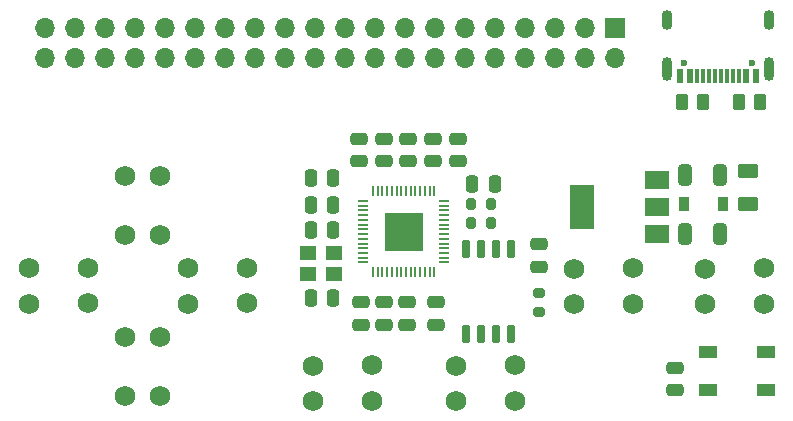
<source format=gbr>
%TF.GenerationSoftware,KiCad,Pcbnew,(6.0.7)*%
%TF.CreationDate,2022-09-06T16:20:22+10:00*%
%TF.ProjectId,SolderingInduction,536f6c64-6572-4696-9e67-496e64756374,3.0.0*%
%TF.SameCoordinates,PX7735940PY47868c0*%
%TF.FileFunction,Soldermask,Bot*%
%TF.FilePolarity,Negative*%
%FSLAX46Y46*%
G04 Gerber Fmt 4.6, Leading zero omitted, Abs format (unit mm)*
G04 Created by KiCad (PCBNEW (6.0.7)) date 2022-09-06 16:20:22*
%MOMM*%
%LPD*%
G01*
G04 APERTURE LIST*
G04 Aperture macros list*
%AMRoundRect*
0 Rectangle with rounded corners*
0 $1 Rounding radius*
0 $2 $3 $4 $5 $6 $7 $8 $9 X,Y pos of 4 corners*
0 Add a 4 corners polygon primitive as box body*
4,1,4,$2,$3,$4,$5,$6,$7,$8,$9,$2,$3,0*
0 Add four circle primitives for the rounded corners*
1,1,$1+$1,$2,$3*
1,1,$1+$1,$4,$5*
1,1,$1+$1,$6,$7*
1,1,$1+$1,$8,$9*
0 Add four rect primitives between the rounded corners*
20,1,$1+$1,$2,$3,$4,$5,0*
20,1,$1+$1,$4,$5,$6,$7,0*
20,1,$1+$1,$6,$7,$8,$9,0*
20,1,$1+$1,$8,$9,$2,$3,0*%
G04 Aperture macros list end*
%ADD10RoundRect,0.250000X0.475000X-0.250000X0.475000X0.250000X-0.475000X0.250000X-0.475000X-0.250000X0*%
%ADD11R,1.700000X1.700000*%
%ADD12O,1.700000X1.700000*%
%ADD13C,1.750000*%
%ADD14RoundRect,0.200000X0.200000X0.275000X-0.200000X0.275000X-0.200000X-0.275000X0.200000X-0.275000X0*%
%ADD15R,0.900000X1.200000*%
%ADD16R,2.000000X1.500000*%
%ADD17R,2.000000X3.800000*%
%ADD18RoundRect,0.150000X0.150000X-0.650000X0.150000X0.650000X-0.150000X0.650000X-0.150000X-0.650000X0*%
%ADD19RoundRect,0.250000X-0.475000X0.250000X-0.475000X-0.250000X0.475000X-0.250000X0.475000X0.250000X0*%
%ADD20R,1.500000X1.000000*%
%ADD21RoundRect,0.250000X0.250000X0.475000X-0.250000X0.475000X-0.250000X-0.475000X0.250000X-0.475000X0*%
%ADD22R,1.400000X1.200000*%
%ADD23RoundRect,0.250000X-0.250000X-0.475000X0.250000X-0.475000X0.250000X0.475000X-0.250000X0.475000X0*%
%ADD24RoundRect,0.200000X0.275000X-0.200000X0.275000X0.200000X-0.275000X0.200000X-0.275000X-0.200000X0*%
%ADD25RoundRect,0.250000X-0.325000X-0.650000X0.325000X-0.650000X0.325000X0.650000X-0.325000X0.650000X0*%
%ADD26RoundRect,0.250000X0.262500X0.450000X-0.262500X0.450000X-0.262500X-0.450000X0.262500X-0.450000X0*%
%ADD27RoundRect,0.050000X0.050000X-0.387500X0.050000X0.387500X-0.050000X0.387500X-0.050000X-0.387500X0*%
%ADD28RoundRect,0.050000X0.387500X-0.050000X0.387500X0.050000X-0.387500X0.050000X-0.387500X-0.050000X0*%
%ADD29R,3.200000X3.200000*%
%ADD30O,0.900000X1.700000*%
%ADD31O,0.900000X2.000000*%
%ADD32R,0.600000X1.160000*%
%ADD33R,0.300000X1.160000*%
%ADD34C,0.600000*%
%ADD35RoundRect,0.250000X-0.625000X0.375000X-0.625000X-0.375000X0.625000X-0.375000X0.625000X0.375000X0*%
%ADD36RoundRect,0.250000X-0.262500X-0.450000X0.262500X-0.450000X0.262500X0.450000X-0.262500X0.450000X0*%
G04 APERTURE END LIST*
D10*
%TO.C,C7*%
X11500000Y-2950000D03*
X11500000Y-1050000D03*
%TD*%
D11*
%TO.C,J3*%
X17900000Y17275000D03*
D12*
X17900000Y14735000D03*
X15360000Y17275000D03*
X15360000Y14735000D03*
X12820000Y17275000D03*
X12820000Y14735000D03*
X10280000Y17275000D03*
X10280000Y14735000D03*
X7740000Y17275000D03*
X7740000Y14735000D03*
X5200000Y17275000D03*
X5200000Y14735000D03*
X2660000Y17275000D03*
X2660000Y14735000D03*
X120000Y17275000D03*
X120000Y14735000D03*
X-2420000Y17275000D03*
X-2420000Y14735000D03*
X-4960000Y17275000D03*
X-4960000Y14735000D03*
X-7500000Y17275000D03*
X-7500000Y14735000D03*
X-10040000Y17275000D03*
X-10040000Y14735000D03*
X-12580000Y17275000D03*
X-12580000Y14735000D03*
X-15120000Y17275000D03*
X-15120000Y14735000D03*
X-17660000Y17275000D03*
X-17660000Y14735000D03*
X-20200000Y17275000D03*
X-20200000Y14735000D03*
X-22740000Y17275000D03*
X-22740000Y14735000D03*
X-25280000Y17275000D03*
X-25280000Y14735000D03*
X-27820000Y17275000D03*
X-27820000Y14735000D03*
X-30360000Y17275000D03*
X-30360000Y14735000D03*
%TD*%
D13*
%TO.C,SW3*%
X-26700000Y-6050000D03*
X-31700000Y-6100000D03*
X-26700000Y-3100000D03*
X-31700000Y-3100000D03*
%TD*%
%TO.C,SW6*%
X25500000Y-3150000D03*
X30500000Y-3100000D03*
X25500000Y-6100000D03*
X30500000Y-6100000D03*
%TD*%
%TO.C,SW5*%
X-20650000Y4700000D03*
X-20600000Y-300000D03*
X-23600000Y-300000D03*
X-23600000Y4700000D03*
%TD*%
%TO.C,SW1*%
X-20650000Y-8900000D03*
X-20600000Y-13900000D03*
X-23600000Y-8900000D03*
X-23600000Y-13900000D03*
%TD*%
%TO.C,SW2*%
X9460000Y-11300000D03*
X4460000Y-11350000D03*
X4460000Y-14300000D03*
X9460000Y-14300000D03*
%TD*%
%TO.C,SW8*%
X-7700000Y-11350000D03*
X-2700000Y-11300000D03*
X-7700000Y-14300000D03*
X-2700000Y-14300000D03*
%TD*%
%TO.C,SW7*%
X-13300000Y-6050000D03*
X-18300000Y-6100000D03*
X-13300000Y-3100000D03*
X-18300000Y-3100000D03*
%TD*%
%TO.C,SW4*%
X14450000Y-3150000D03*
X19450000Y-3100000D03*
X19450000Y-6100000D03*
X14450000Y-6100000D03*
%TD*%
D14*
%TO.C,R3*%
X7375000Y750000D03*
X5725000Y750000D03*
%TD*%
D15*
%TO.C,D2*%
X23730000Y2320000D03*
X27030000Y2320000D03*
%TD*%
D16*
%TO.C,U1*%
X21440000Y4420000D03*
D17*
X15140000Y2120000D03*
D16*
X21440000Y2120000D03*
X21440000Y-180000D03*
%TD*%
D14*
%TO.C,R2*%
X7375000Y2350000D03*
X5725000Y2350000D03*
%TD*%
D18*
%TO.C,U3*%
X9065001Y-8632167D03*
X7795001Y-8632167D03*
X6525001Y-8632167D03*
X5255001Y-8632167D03*
X5255001Y-1432167D03*
X6525001Y-1432167D03*
X7795001Y-1432167D03*
X9065001Y-1432167D03*
%TD*%
D19*
%TO.C,C14*%
X-1659812Y-5982082D03*
X-1659812Y-7882082D03*
%TD*%
%TO.C,C18*%
X320087Y-5982082D03*
X320087Y-7882082D03*
%TD*%
D20*
%TO.C,LED1*%
X25750000Y-13400000D03*
X25750000Y-10200000D03*
X30650000Y-10200000D03*
X30650000Y-13400000D03*
%TD*%
D10*
%TO.C,C11*%
X-1700000Y5950000D03*
X-1700000Y7850000D03*
%TD*%
%TO.C,C15*%
X-3800000Y5950000D03*
X-3800000Y7850000D03*
%TD*%
D21*
%TO.C,C6*%
X-5950000Y160000D03*
X-7850000Y160000D03*
%TD*%
D22*
%TO.C,Y1*%
X-5933823Y-3539441D03*
X-8133823Y-3539441D03*
X-8133823Y-1839441D03*
X-5933823Y-1839441D03*
%TD*%
D21*
%TO.C,C5*%
X-5950000Y-5600000D03*
X-7850000Y-5600000D03*
%TD*%
D23*
%TO.C,C9*%
X5810003Y4067833D03*
X7710003Y4067833D03*
%TD*%
D24*
%TO.C,R6*%
X11500000Y-6825000D03*
X11500000Y-5175000D03*
%TD*%
D25*
%TO.C,C3*%
X23855000Y-200000D03*
X26805000Y-200000D03*
%TD*%
%TO.C,C2*%
X23844999Y4780000D03*
X26794999Y4780000D03*
%TD*%
D26*
%TO.C,R5*%
X25372500Y10970000D03*
X23547500Y10970000D03*
%TD*%
D21*
%TO.C,C17*%
X-5942402Y4523048D03*
X-7842402Y4523048D03*
%TD*%
D10*
%TO.C,C1*%
X22990000Y-13400000D03*
X22990000Y-11500000D03*
%TD*%
D21*
%TO.C,C10*%
X-5942402Y2260306D03*
X-7842402Y2260306D03*
%TD*%
D27*
%TO.C,U4*%
X2600000Y-3437500D03*
X2200000Y-3437500D03*
X1800000Y-3437500D03*
X1400000Y-3437500D03*
X1000000Y-3437500D03*
X600000Y-3437500D03*
X200000Y-3437500D03*
X-200000Y-3437500D03*
X-600000Y-3437500D03*
X-1000000Y-3437500D03*
X-1400000Y-3437500D03*
X-1800000Y-3437500D03*
X-2200000Y-3437500D03*
X-2600000Y-3437500D03*
D28*
X-3437500Y-2600000D03*
X-3437500Y-2200000D03*
X-3437500Y-1800000D03*
X-3437500Y-1400000D03*
X-3437500Y-1000000D03*
X-3437500Y-600000D03*
X-3437500Y-200000D03*
X-3437500Y200000D03*
X-3437500Y600000D03*
X-3437500Y1000000D03*
X-3437500Y1400000D03*
X-3437500Y1800000D03*
X-3437500Y2200000D03*
X-3437500Y2600000D03*
D27*
X-2600000Y3437500D03*
X-2200000Y3437500D03*
X-1800000Y3437500D03*
X-1400000Y3437500D03*
X-1000000Y3437500D03*
X-600000Y3437500D03*
X-200000Y3437500D03*
X200000Y3437500D03*
X600000Y3437500D03*
X1000000Y3437500D03*
X1400000Y3437500D03*
X1800000Y3437500D03*
X2200000Y3437500D03*
X2600000Y3437500D03*
D28*
X3437500Y2600000D03*
X3437500Y2200000D03*
X3437500Y1800000D03*
X3437500Y1400000D03*
X3437500Y1000000D03*
X3437500Y600000D03*
X3437500Y200000D03*
X3437500Y-200000D03*
X3437500Y-600000D03*
X3437500Y-1000000D03*
X3437500Y-1400000D03*
X3437500Y-1800000D03*
X3437500Y-2200000D03*
X3437500Y-2600000D03*
D29*
X0Y0D03*
%TD*%
D30*
%TO.C,J1*%
X22305000Y17940000D03*
D31*
X30945000Y13770000D03*
X22305000Y13770000D03*
D30*
X30945000Y17940000D03*
D32*
X23425000Y13190000D03*
X24225000Y13190000D03*
D33*
X24875000Y13190000D03*
X25875000Y13190000D03*
X27375000Y13190000D03*
X28375000Y13190000D03*
D32*
X29025000Y13190000D03*
X29825000Y13190000D03*
X29825000Y13190000D03*
X29025000Y13190000D03*
D33*
X27875000Y13190000D03*
X26875000Y13190000D03*
X26375000Y13190000D03*
X25375000Y13190000D03*
D32*
X24225000Y13190000D03*
X23425000Y13190000D03*
D34*
X29515000Y14250000D03*
X23735000Y14250000D03*
%TD*%
D35*
%TO.C,F1*%
X29190000Y5110000D03*
X29190000Y2310000D03*
%TD*%
D36*
%TO.C,R1*%
X28377500Y10970000D03*
X30202500Y10970000D03*
%TD*%
D10*
%TO.C,C12*%
X400000Y5950000D03*
X400000Y7850000D03*
%TD*%
D19*
%TO.C,C13*%
X2760003Y-5979685D03*
X2760003Y-7879685D03*
%TD*%
%TO.C,C16*%
X-3639711Y-5982082D03*
X-3639711Y-7882082D03*
%TD*%
D10*
%TO.C,C4*%
X2500000Y5950000D03*
X2500000Y7850000D03*
%TD*%
%TO.C,C8*%
X4600000Y5950000D03*
X4600000Y7850000D03*
%TD*%
M02*

</source>
